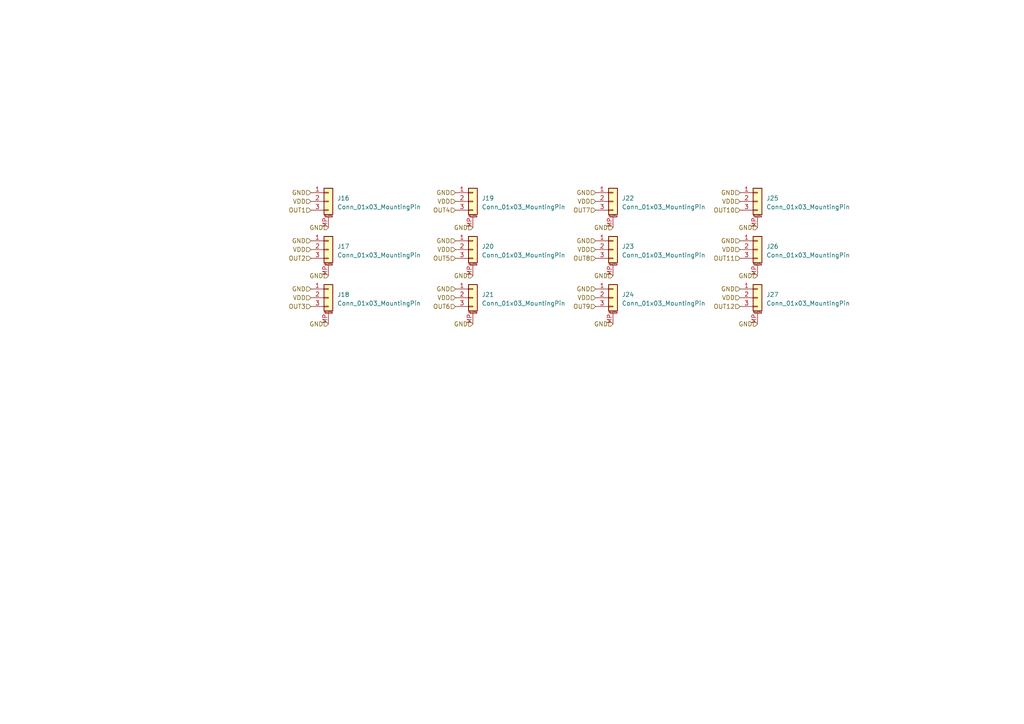
<source format=kicad_sch>
(kicad_sch (version 20231120) (generator "eeschema") (generator_version "8.0")
  (paper "A4")
  (lib_symbols
    (symbol "Connector_Generic_MountingPin:Conn_01x03_MountingPin" (pin_names (offset 1.016) hide)
      (property "Reference" "J" (at 0 5.08 0))
      (property "Value" "Conn_01x03_MountingPin" (at 1.27 -5.08 0))
      (symbol "Conn_01x03_MountingPin_1_1"
        (rectangle (start -1.27 -2.413) (end 0 -2.667) (stroke (width 0.1524)))
        (rectangle (start -1.27 0.127) (end 0 -0.127) (stroke (width 0.1524)))
        (rectangle (start -1.27 2.667) (end 0 2.413) (stroke (width 0.1524)))
        (rectangle (start -1.27 3.81) (end 1.27 -3.81) (stroke (width 0.254)) (fill (type background)))
        (polyline (pts (xy -1.016 -4.572) (xy 1.016 -4.572)) (stroke (width 0.1524)))
        (text "Mounting" (at 0 -4.191 0) (effects (font (size 0.381 0.381))))
        (pin passive line (at -5.08 2.54 0) (length 3.81) (name "Pin_1") (number "1"))
        (pin passive line (at -5.08 0 0) (length 3.81) (name "Pin_2") (number "2"))
        (pin passive line (at -5.08 -2.54 0) (length 3.81) (name "Pin_3") (number "3"))
        (pin passive line (at 0 -7.62 90) (length 3.048) (name "MountPin") (number "MP"))
      )
    )
  )
  (hierarchical_label "GND" (shape input) (at 172.72 69.85 180))
  (hierarchical_label "GND" (shape input) (at 219.71 80.01 180))
  (hierarchical_label "VDD" (shape input) (at 214.63 86.36 180))
  (hierarchical_label "VDD" (shape input) (at 90.17 72.39 180))
  (hierarchical_label "GND" (shape input) (at 90.17 83.82 180))
  (hierarchical_label "OUT10" (shape input) (at 214.63 60.96 180))
  (hierarchical_label "OUT8" (shape input) (at 172.72 74.93 180))
  (hierarchical_label "GND" (shape input) (at 90.17 55.88 180))
  (hierarchical_label "VDD" (shape input) (at 214.63 58.42 180))
  (hierarchical_label "GND" (shape input) (at 219.71 93.98 180))
  (hierarchical_label "GND" (shape input) (at 132.08 83.82 180))
  (hierarchical_label "GND" (shape input) (at 172.72 55.88 180))
  (hierarchical_label "GND" (shape input) (at 90.17 69.85 180))
  (hierarchical_label "GND" (shape input) (at 95.25 93.98 180))
  (hierarchical_label "GND" (shape input) (at 132.08 55.88 180))
  (hierarchical_label "GND" (shape input) (at 137.16 93.98 180))
  (hierarchical_label "GND" (shape input) (at 172.72 83.82 180))
  (hierarchical_label "VDD" (shape input) (at 132.08 86.36 180))
  (hierarchical_label "OUT7" (shape input) (at 172.72 60.96 180))
  (hierarchical_label "OUT3" (shape input) (at 90.17 88.9 180))
  (hierarchical_label "GND" (shape input) (at 132.08 69.85 180))
  (hierarchical_label "GND" (shape input) (at 214.63 69.85 180))
  (hierarchical_label "GND" (shape input) (at 95.25 80.01 180))
  (hierarchical_label "GND" (shape input) (at 95.25 66.04 180))
  (hierarchical_label "VDD" (shape input) (at 172.72 58.42 180))
  (hierarchical_label "VDD" (shape input) (at 90.17 86.36 180))
  (hierarchical_label "GND" (shape input) (at 137.16 66.04 180))
  (hierarchical_label "OUT9" (shape input) (at 172.72 88.9 180))
  (hierarchical_label "GND" (shape input) (at 177.8 93.98 180))
  (hierarchical_label "OUT11" (shape input) (at 214.63 74.93 180))
  (hierarchical_label "GND" (shape input) (at 177.8 66.04 180))
  (hierarchical_label "VDD" (shape input) (at 132.08 58.42 180))
  (hierarchical_label "OUT2" (shape input) (at 90.17 74.93 180))
  (hierarchical_label "GND" (shape input) (at 177.8 80.01 180))
  (hierarchical_label "VDD" (shape input) (at 172.72 86.36 180))
  (hierarchical_label "VDD" (shape input) (at 90.17 58.42 180))
  (hierarchical_label "OUT6" (shape input) (at 132.08 88.9 180))
  (hierarchical_label "GND" (shape input) (at 137.16 80.01 180))
  (hierarchical_label "OUT12" (shape input) (at 214.63 88.9 180))
  (hierarchical_label "OUT5" (shape input) (at 132.08 74.93 180))
  (hierarchical_label "OUT1" (shape input) (at 90.17 60.96 180))
  (hierarchical_label "OUT4" (shape input) (at 132.08 60.96 180))
  (hierarchical_label "GND" (shape input) (at 214.63 83.82 180))
  (hierarchical_label "GND" (shape input) (at 214.63 55.88 180))
  (hierarchical_label "GND" (shape input) (at 219.71 66.04 180))
  (hierarchical_label "VDD" (shape input) (at 172.72 72.39 180))
  (hierarchical_label "VDD" (shape input) (at 214.63 72.39 180))
  (hierarchical_label "VDD" (shape input) (at 132.08 72.39 180))
  (symbol (lib_id "Connector_Generic_MountingPin:Conn_01x03_MountingPin") (at 177.8 58.42 0) (unit 1)
    (property "Reference" "J22" (at 180.34 57.5055 0) (effects (justify left)))
    (property "Value" "Conn_01x03_MountingPin" (at 180.34 60.0455 0) (effects (justify left)))
    (property "Footprint" "Connector_JST:JST_SH_BM03B-SRSS-TB_1x03-1MP_P1.00mm_Vertical" (effects (hide yes)))
    (property "Description" "Generic connectable mounting pin connector, single row, 01x03, script generated (kicad-library-utils/schlib/autogen/connector/)" (effects (hide yes)))
    (property "Part" "BM03B-SRSS-TB" (effects (hide yes)))
  )
  (symbol (lib_id "Connector_Generic_MountingPin:Conn_01x03_MountingPin") (at 137.16 86.36 0) (unit 1)
    (property "Reference" "J21" (at 139.7 85.4455 0) (effects (justify left)))
    (property "Value" "Conn_01x03_MountingPin" (at 139.7 87.9855 0) (effects (justify left)))
    (property "Footprint" "Connector_JST:JST_SH_BM03B-SRSS-TB_1x03-1MP_P1.00mm_Vertical" (effects (hide yes)))
    (property "Description" "Generic connectable mounting pin connector, single row, 01x03, script generated (kicad-library-utils/schlib/autogen/connector/)" (effects (hide yes)))
    (property "Part" "BM03B-SRSS-TB" (effects (hide yes)))
  )
  (symbol (lib_id "Connector_Generic_MountingPin:Conn_01x03_MountingPin") (at 95.25 72.39 0) (unit 1)
    (property "Reference" "J17" (at 97.79 71.4755 0) (effects (justify left)))
    (property "Value" "Conn_01x03_MountingPin" (at 97.79 74.0155 0) (effects (justify left)))
    (property "Footprint" "Connector_JST:JST_SH_BM03B-SRSS-TB_1x03-1MP_P1.00mm_Vertical" (effects (hide yes)))
    (property "Description" "Generic connectable mounting pin connector, single row, 01x03, script generated (kicad-library-utils/schlib/autogen/connector/)" (effects (hide yes)))
    (property "Part" "BM03B-SRSS-TB" (effects (hide yes)))
  )
  (symbol (lib_id "Connector_Generic_MountingPin:Conn_01x03_MountingPin") (at 177.8 86.36 0) (unit 1)
    (property "Reference" "J24" (at 180.34 85.4455 0) (effects (justify left)))
    (property "Value" "Conn_01x03_MountingPin" (at 180.34 87.9855 0) (effects (justify left)))
    (property "Footprint" "Connector_JST:JST_SH_BM03B-SRSS-TB_1x03-1MP_P1.00mm_Vertical" (effects (hide yes)))
    (property "Description" "Generic connectable mounting pin connector, single row, 01x03, script generated (kicad-library-utils/schlib/autogen/connector/)" (effects (hide yes)))
    (property "Part" "BM03B-SRSS-TB" (effects (hide yes)))
  )
  (symbol (lib_id "Connector_Generic_MountingPin:Conn_01x03_MountingPin") (at 219.71 58.42 0) (unit 1)
    (property "Reference" "J25" (at 222.25 57.5055 0) (effects (justify left)))
    (property "Value" "Conn_01x03_MountingPin" (at 222.25 60.0455 0) (effects (justify left)))
    (property "Footprint" "Connector_JST:JST_SH_BM03B-SRSS-TB_1x03-1MP_P1.00mm_Vertical" (effects (hide yes)))
    (property "Description" "Generic connectable mounting pin connector, single row, 01x03, script generated (kicad-library-utils/schlib/autogen/connector/)" (effects (hide yes)))
    (property "Part" "BM03B-SRSS-TB" (effects (hide yes)))
  )
  (symbol (lib_id "Connector_Generic_MountingPin:Conn_01x03_MountingPin") (at 219.71 86.36 0) (unit 1)
    (property "Reference" "J27" (at 222.25 85.4455 0) (effects (justify left)))
    (property "Value" "Conn_01x03_MountingPin" (at 222.25 87.9855 0) (effects (justify left)))
    (property "Footprint" "Connector_JST:JST_SH_BM03B-SRSS-TB_1x03-1MP_P1.00mm_Vertical" (effects (hide yes)))
    (property "Description" "Generic connectable mounting pin connector, single row, 01x03, script generated (kicad-library-utils/schlib/autogen/connector/)" (effects (hide yes)))
    (property "Part" "BM03B-SRSS-TB" (effects (hide yes)))
  )
  (symbol (lib_id "Connector_Generic_MountingPin:Conn_01x03_MountingPin") (at 95.25 86.36 0) (unit 1)
    (property "Reference" "J18" (at 97.79 85.4455 0) (effects (justify left)))
    (property "Value" "Conn_01x03_MountingPin" (at 97.79 87.9855 0) (effects (justify left)))
    (property "Footprint" "Connector_JST:JST_SH_BM03B-SRSS-TB_1x03-1MP_P1.00mm_Vertical" (effects (hide yes)))
    (property "Description" "Generic connectable mounting pin connector, single row, 01x03, script generated (kicad-library-utils/schlib/autogen/connector/)" (effects (hide yes)))
    (property "Part" "BM03B-SRSS-TB" (effects (hide yes)))
  )
  (symbol (lib_id "Connector_Generic_MountingPin:Conn_01x03_MountingPin") (at 137.16 72.39 0) (unit 1)
    (property "Reference" "J20" (at 139.7 71.4755 0) (effects (justify left)))
    (property "Value" "Conn_01x03_MountingPin" (at 139.7 74.0155 0) (effects (justify left)))
    (property "Footprint" "Connector_JST:JST_SH_BM03B-SRSS-TB_1x03-1MP_P1.00mm_Vertical" (effects (hide yes)))
    (property "Description" "Generic connectable mounting pin connector, single row, 01x03, script generated (kicad-library-utils/schlib/autogen/connector/)" (effects (hide yes)))
    (property "Part" "BM03B-SRSS-TB" (effects (hide yes)))
  )
  (symbol (lib_id "Connector_Generic_MountingPin:Conn_01x03_MountingPin") (at 95.25 58.42 0) (unit 1)
    (property "Reference" "J16" (at 97.79 57.5055 0) (effects (justify left)))
    (property "Value" "Conn_01x03_MountingPin" (at 97.79 60.0455 0) (effects (justify left)))
    (property "Footprint" "Connector_JST:JST_SH_BM03B-SRSS-TB_1x03-1MP_P1.00mm_Vertical" (effects (hide yes)))
    (property "Description" "Generic connectable mounting pin connector, single row, 01x03, script generated (kicad-library-utils/schlib/autogen/connector/)" (effects (hide yes)))
    (property "Part" "BM03B-SRSS-TB" (effects (hide yes)))
  )
  (symbol (lib_id "Connector_Generic_MountingPin:Conn_01x03_MountingPin") (at 137.16 58.42 0) (unit 1)
    (property "Reference" "J19" (at 139.7 57.5055 0) (effects (justify left)))
    (property "Value" "Conn_01x03_MountingPin" (at 139.7 60.0455 0) (effects (justify left)))
    (property "Footprint" "Connector_JST:JST_SH_BM03B-SRSS-TB_1x03-1MP_P1.00mm_Vertical" (effects (hide yes)))
    (property "Description" "Generic connectable mounting pin connector, single row, 01x03, script generated (kicad-library-utils/schlib/autogen/connector/)" (effects (hide yes)))
    (property "Part" "BM03B-SRSS-TB" (effects (hide yes)))
  )
  (symbol (lib_id "Connector_Generic_MountingPin:Conn_01x03_MountingPin") (at 219.71 72.39 0) (unit 1)
    (property "Reference" "J26" (at 222.25 71.4755 0) (effects (justify left)))
    (property "Value" "Conn_01x03_MountingPin" (at 222.25 74.0155 0) (effects (justify left)))
    (property "Footprint" "Connector_JST:JST_SH_BM03B-SRSS-TB_1x03-1MP_P1.00mm_Vertical" (effects (hide yes)))
    (property "Description" "Generic connectable mounting pin connector, single row, 01x03, script generated (kicad-library-utils/schlib/autogen/connector/)" (effects (hide yes)))
    (property "Part" "BM03B-SRSS-TB" (effects (hide yes)))
  )
  (symbol (lib_id "Connector_Generic_MountingPin:Conn_01x03_MountingPin") (at 177.8 72.39 0) (unit 1)
    (property "Reference" "J23" (at 180.34 71.4755 0) (effects (justify left)))
    (property "Value" "Conn_01x03_MountingPin" (at 180.34 74.0155 0) (effects (justify left)))
    (property "Footprint" "Connector_JST:JST_SH_BM03B-SRSS-TB_1x03-1MP_P1.00mm_Vertical" (effects (hide yes)))
    (property "Description" "Generic connectable mounting pin connector, single row, 01x03, script generated (kicad-library-utils/schlib/autogen/connector/)" (effects (hide yes)))
    (property "Part" "BM03B-SRSS-TB" (effects (hide yes)))
  )
)
</source>
